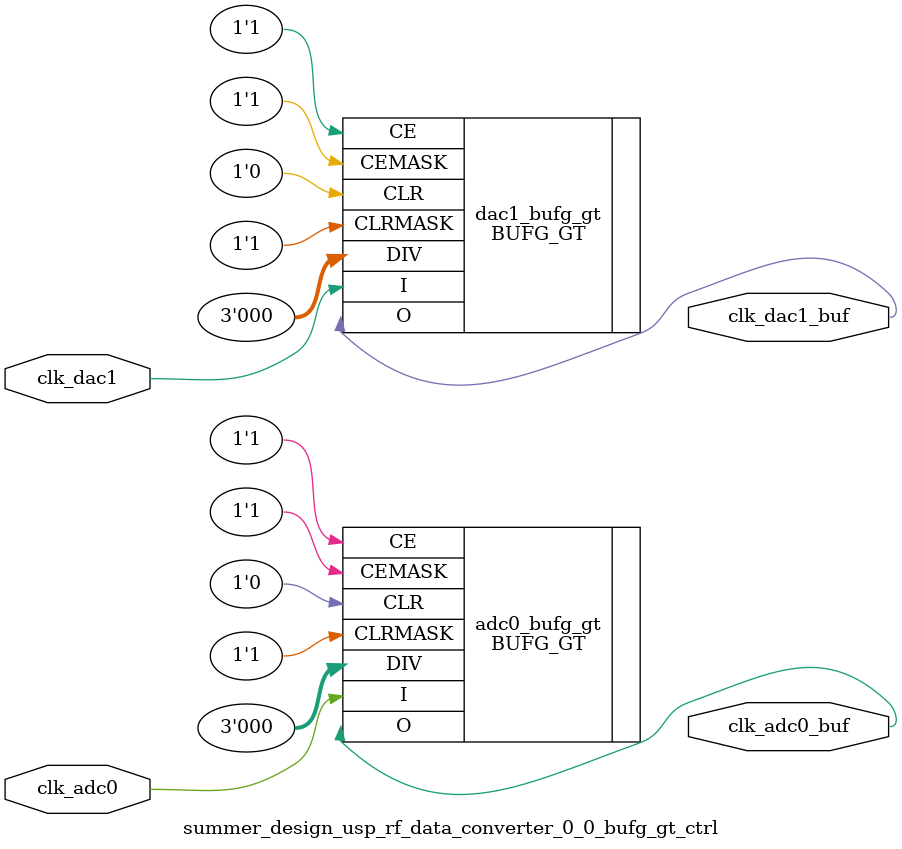
<source format=v>


`timescale 1ns / 1ps

(* DowngradeIPIdentifiedWarnings="yes" *)
module summer_design_usp_rf_data_converter_0_0_bufg_gt_ctrl (
  // DAC Fabric Feedback Clock for Tile 1
  input    clk_dac1,
  output   clk_dac1_buf,
      
  // ADC Fabric Feedback Clock for Tile 0
  input    clk_adc0,
  
  output   clk_adc0_buf
    
);

  BUFG_GT dac1_bufg_gt
  (
    .I       (clk_dac1),
    .CE      (1'b1),
    .CEMASK  (1'b1),
    .CLR     (1'b0),
    .CLRMASK (1'b1),
    .DIV     (3'b000),
    .O       (clk_dac1_buf)
  );  

 
  BUFG_GT adc0_bufg_gt
  (
    .I       (clk_adc0),
    .CE      (1'b1),
    .CEMASK  (1'b1),
    .CLR     (1'b0),
    .CLRMASK (1'b1),
    .DIV     (3'b000),
    .O       (clk_adc0_buf)
  );  

endmodule

</source>
